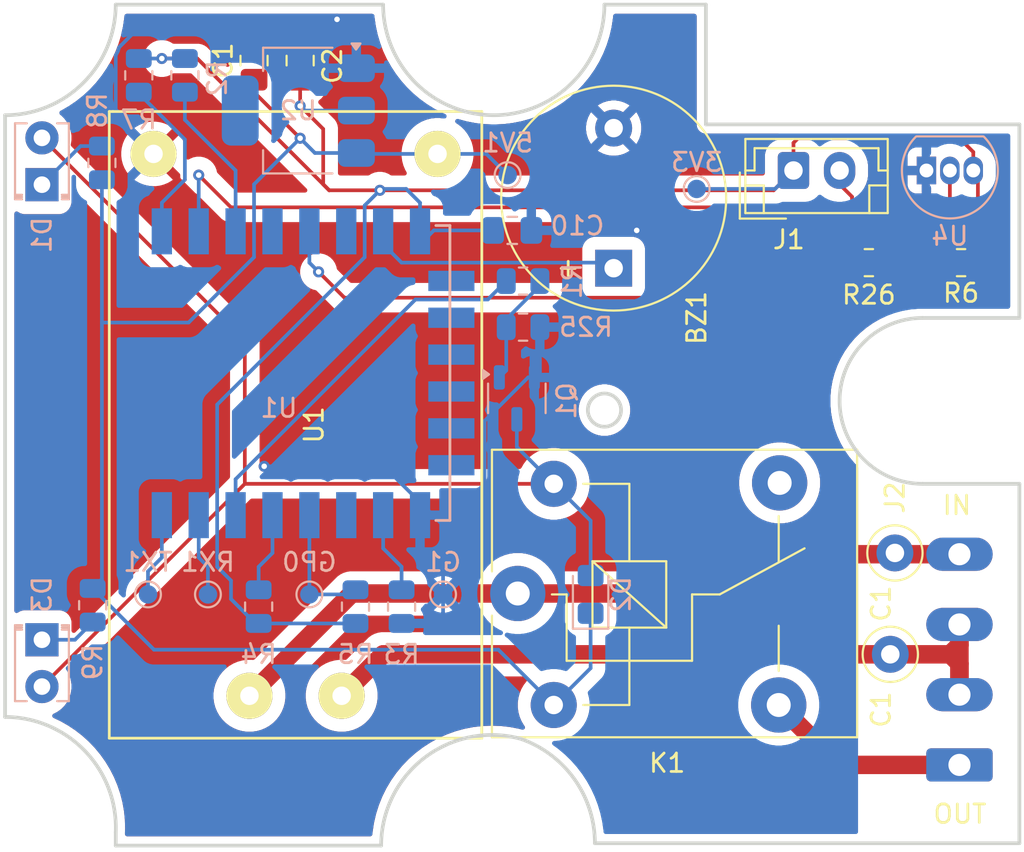
<source format=kicad_pcb>
(kicad_pcb (version 20241229) (generator "pcbnew") (generator_version "9.0")
  (layers (0 "F.Cu" signal) (2 "B.Cu" signal) (13 "F.Paste" user) (15 "B.Paste" user) (5 "F.SilkS" user "F.Silkscreen") (7 "B.SilkS" user "B.Silkscreen") (1 "F.Mask" user) (3 "B.Mask" user) (25 "Edge.Cuts" user))
  (net 0 "")
  (net 1 "GPIO13")
  (net 2 "GND")
  (net 3 "Net-(D1-K)")
  (net 4 "Net-(D3-K)")
  (net 5 "RXD")
  (net 6 "GPIO0")
  (net 7 "5V")
  (net 8 "TXD")
  (net 9 "LED")
  (net 11 "Net-(Q1-B)")
  (net 12 "GPIO5")
  (net 13 "3V3")
  (net 14 "Net-(U3-CH_PD)")
  (net 15 "Net-(U3-GPIO15)")
  (net 16 "Net-(U3-GPIO4)")
  (net 17 "GPIO14")
  (net 18 "Net-(U3-REST)")
  (net 19 "ADC")
  (net 29 "Net-(J2-Pin_1)")
  (net 30 "Net-(J2-Pin_4)")
  (net 31 "Net-(J2-Pin_2)")
  (footprint "Connector_Phoenix_MC:PhoenixContact_MCV_1,5_4-G-3.81_1x04_P3.81mm_Vertical_Custom" (layer "F.Cu") (at 153.75 146.25 90)
    (property "Reference" "J2" (at 14.5 -3.5 90) (layer "F.SilkS"))
    (property "Value" "MAINS" (hide yes))
    (pad "1" thru_hole roundrect (at 0 0 90) (size 1.8 3.6) (drill 1.2) (layers "*.Cu" "*.Mask") (roundrect_rratio 0.138889) (net 29 "Net-(J2-Pin_1)"))
    (pad "2" thru_hole oval (at 3.81 0 90) (size 1.8 3.6) (drill 1.2) (layers "*.Cu" "*.Mask") (net 31 "Net-(J2-Pin_2)"))
    (pad "3" thru_hole oval (at 7.62 0 90) (size 1.8 3.6) (drill 1.2) (layers "*.Cu" "*.Mask") (net 31 "Net-(J2-Pin_2)"))
    (pad "4" thru_hole oval (at 11.43 0 90) (size 1.8 3.6) (drill 1.2) (layers "*.Cu" "*.Mask") (net 30 "Net-(J2-Pin_4)"))
  )
  (footprint "Buzzer_Beeper:Buzzer_12x9.5RM7.6" (layer "F.Cu") (at 135 119.3 90)
    (property "Reference" "BZ1" (at -2.7 4.5 90) (layer "F.SilkS"))
    (property "Value" "Buzzer")
    (fp_circle (center 3.8 0) (end 9.9 0) (stroke (width 0.12)) (fill no) (layer "F.SilkS"))
    (fp_text user "+" (at -0.01 -2.54 90) (layer "F.SilkS"))
    (pad "1" thru_hole rect (at 0 0 90) (size 2 2) (drill 1) (layers "*.Cu" "*.Mask") (net 1 "GPIO13"))
    (pad "2" thru_hole circle (at 7.6 0 90) (size 2 2) (drill 1) (layers "*.Cu" "*.Mask") (net 2 "GND"))
  )
  (footprint "Connector_JST:JST_EH_B2B-EH-A_1x02_P2.50mm_Vertical" (layer "F.Cu") (at 144.75 114)
    (property "Reference" "J1" (at -0.25 3.75 0) (layer "F.SilkS"))
    (property "Value" "Thermistor")
    (fp_line (start -2.91 0.11) (end -2.91 2.61) (stroke (width 0.12)) (layer "F.SilkS"))
    (fp_line (start -2.91 2.61) (end -0.41 2.61) (stroke (width 0.12)) (layer "F.SilkS"))
    (fp_line (start -2.61 -1.71) (end -2.61 2.31) (stroke (width 0.12)) (layer "F.SilkS"))
    (fp_line (start -2.61 0) (end -2.11 0) (stroke (width 0.12)) (layer "F.SilkS"))
    (fp_line (start -2.61 0.81) (end -1.61 0.81) (stroke (width 0.12)) (layer "F.SilkS"))
    (fp_line (start -2.61 2.31) (end 5.11 2.31) (stroke (width 0.12)) (layer "F.SilkS"))
    (fp_line (start -2.11 -1.21) (end 4.61 -1.21) (stroke (width 0.12)) (layer "F.SilkS"))
    (fp_line (start -2.11 0) (end -2.11 -1.21) (stroke (width 0.12)) (layer "F.SilkS"))
    (fp_line (start -1.61 0.81) (end -1.61 2.31) (stroke (width 0.12)) (layer "F.SilkS"))
    (fp_line (start 4.11 0.81) (end 4.11 2.31) (stroke (width 0.12)) (layer "F.SilkS"))
    (fp_line (start 4.61 -1.21) (end 4.61 0) (stroke (width 0.12)) (layer "F.SilkS"))
    (fp_line (start 4.61 0) (end 5.11 0) (stroke (width 0.12)) (layer "F.SilkS"))
    (fp_line (start 5.11 -1.71) (end -2.61 -1.71) (stroke (width 0.12)) (layer "F.SilkS"))
    (fp_line (start 5.11 0.81) (end 4.11 0.81) (stroke (width 0.12)) (layer "F.SilkS"))
    (fp_line (start 5.11 2.31) (end 5.11 -1.71) (stroke (width 0.12)) (layer "F.SilkS"))
    (pad "1" thru_hole roundrect (at 0 0) (size 1.7 2) (drill 1) (layers "*.Cu" "*.Mask") (roundrect_rratio 0.147059) (net 13 "3V3"))
    (pad "2" thru_hole oval (at 2.5 0) (size 1.7 2) (drill 1) (layers "*.Cu" "*.Mask") (net 19 "ADC"))
  )
  (footprint "TestPoint:TestPoint_Loop_D1.80mm_Drill1.0mm_Beaded" (layer "F.Cu") (at 150 140.25)
    (property "Reference" "C1" (at -0.5 3 90) (layer "F.SilkS"))
    (property "Value" "C0")
    (fp_circle (center 0 0) (end 1.5 0) (stroke (width 0.12)) (fill no) (layer "F.SilkS"))
    (pad "1" thru_hole circle (at 0 0) (size 2 2) (drill 1) (layers "*.Cu" "*.Mask"))
  )
  (footprint "Resistor_SMD:R_0805_2012Metric" (layer "F.Cu") (at 148.8375 119)
    (property "Reference" "R26" (at 0 1.75 0) (layer "F.SilkS"))
    (property "Value" "10K")
    (fp_line (start -0.227064 -0.735) (end 0.227064 -0.735) (stroke (width 0.12)) (layer "F.SilkS"))
    (fp_line (start -0.227064 0.735) (end 0.227064 0.735) (stroke (width 0.12)) (layer "F.SilkS"))
    (pad "1" smd roundrect (at -0.9125 0) (size 1.025 1.4) (layers "F.Cu" "F.Mask" "F.Paste") (roundrect_rratio 0.243902) (net 19 "ADC"))
    (pad "2" smd roundrect (at 0.9125 0) (size 1.025 1.4) (layers "F.Cu" "F.Mask" "F.Paste") (roundrect_rratio 0.243902) (net 2 "GND"))
  )
  (footprint "Converter_ACDC:HLK-PM01" (layer "F.Cu") (at 117.75 127.8 90)
    (property "Reference" "U1" (at 0 1 90) (layer "F.SilkS"))
    (property "Value" "HLK-PM03")
    (fp_line (start 17 -10.1) (end -17 -10.1) (stroke (width 0.15)) (layer "F.SilkS"))
    (fp_line (start -17 -10.1) (end -17 10.1) (stroke (width 0.15)) (layer "F.SilkS"))
    (fp_line (start 17 -9.9) (end 17 -10.1) (stroke (width 0.15)) (layer "F.SilkS"))
    (fp_line (start 17 10.1) (end 17 -9.9) (stroke (width 0.15)) (layer "F.SilkS"))
    (fp_line (start -17 10.1) (end 17 10.1) (stroke (width 0.15)) (layer "F.SilkS"))
    (pad "1" thru_hole circle (at -14.7 -2.5 90) (size 2.5 2.5) (drill 1) (layers "*.Cu" "*.Mask" "F.SilkS") (net 30 "Net-(J2-Pin_4)"))
    (pad "2" thru_hole circle (at -14.7 2.5 90) (size 2.5 2.5) (drill 1) (layers "*.Cu" "*.Mask" "F.SilkS") (net 31 "Net-(J2-Pin_2)"))
    (pad "3" thru_hole circle (at 14.7 -7.7 90) (size 2.5 2.5) (drill 1) (layers "*.Cu" "*.Mask" "F.SilkS") (net 2 "GND"))
    (pad "4" thru_hole circle (at 14.7 7.7 90) (size 2.5 2.5) (drill 1) (layers "*.Cu" "*.Mask" "F.SilkS") (net 7 "5V"))
  )
  (footprint "Relay_THT:Relay_SPDT_SANYOU_SRD_Series_Form_C" (layer "F.Cu") (at 129.8 136.95)
    (property "Reference" "K1" (at 8.1 9.2 0) (layer "F.SilkS"))
    (property "Value" "Relay")
    (fp_line (start -1.4 -7.8) (end -1.4 -1.2) (stroke (width 0.12)) (layer "F.SilkS"))
    (fp_line (start -1.4 -7.8) (end 18.4 -7.8) (stroke (width 0.12)) (layer "F.SilkS"))
    (fp_line (start -1.4 1.2) (end -1.4 7.8) (stroke (width 0.12)) (layer "F.SilkS"))
    (fp_line (start 2.65 0.05) (end 1.85 0.05) (stroke (width 0.12)) (layer "F.SilkS"))
    (fp_line (start 2.65 0.05) (end 2.65 3.65) (stroke (width 0.12)) (layer "F.SilkS"))
    (fp_line (start 3.55 6.05) (end 6.05 6.05) (stroke (width 0.12)) (layer "F.SilkS"))
    (fp_line (start 4.05 -1.75) (end 8.05 -1.75) (stroke (width 0.12)) (layer "F.SilkS"))
    (fp_line (start 4.05 1.85) (end 4.05 -1.75) (stroke (width 0.12)) (layer "F.SilkS"))
    (fp_line (start 6.05 -5.95) (end 3.55 -5.95) (stroke (width 0.12)) (layer "F.SilkS"))
    (fp_line (start 6.05 -5.95) (end 6.05 -1.75) (stroke (width 0.12)) (layer "F.SilkS"))
    (fp_line (start 6.05 1.85) (end 6.05 6.05) (stroke (width 0.12)) (layer "F.SilkS"))
    (fp_line (start 8.05 -1.75) (end 8.05 1.85) (stroke (width 0.12)) (layer "F.SilkS"))
    (fp_line (start 8.05 1.85) (end 4.05 -1.75) (stroke (width 0.12)) (layer "F.SilkS"))
    (fp_line (start 8.05 1.85) (end 4.05 1.85) (stroke (width 0.12)) (layer "F.SilkS"))
    (fp_line (start 9.45 0.05) (end 9.45 3.65) (stroke (width 0.12)) (layer "F.SilkS"))
    (fp_line (start 9.45 0.05) (end 10.95 0.05) (stroke (width 0.12)) (layer "F.SilkS"))
    (fp_line (start 9.45 3.65) (end 2.65 3.65) (stroke (width 0.12)) (layer "F.SilkS"))
    (fp_line (start 10.95 0.05) (end 15.55 -2.45) (stroke (width 0.12)) (layer "F.SilkS"))
    (fp_line (start 14.15 -4.2) (end 14.15 -1.7) (stroke (width 0.12)) (layer "F.SilkS"))
    (fp_line (start 14.15 4.2) (end 14.15 1.75) (stroke (width 0.12)) (layer "F.SilkS"))
    (fp_line (start 18.4 -7.8) (end 18.4 7.8) (stroke (width 0.12)) (layer "F.SilkS"))
    (fp_line (start 18.4 7.8) (end -1.4 7.8) (stroke (width 0.12)) (layer "F.SilkS"))
    (pad "1" thru_hole circle (at 0 0 90) (size 3 3) (drill 1.3) (layers "*.Cu" "*.Mask") (net 30 "Net-(J2-Pin_4)"))
    (pad "2" thru_hole circle (at 1.95 6.05 90) (size 2.5 2.5) (drill 1) (layers "*.Cu" "*.Mask") (net 7 "5V"))
    (pad "3" thru_hole circle (at 14.15 6.05 90) (size 3 3) (drill 1.3) (layers "*.Cu" "*.Mask") (net 29 "Net-(J2-Pin_1)"))
    (pad "4" thru_hole circle (at 14.2 -6 90) (size 3 3) (drill 1.3) (layers "*.Cu" "*.Mask"))
    (pad "5" thru_hole circle (at 1.95 -5.95 90) (size 2.5 2.5) (drill 1) (layers "*.Cu" "*.Mask") (net 9 "LED"))
  )
  (footprint "TestPoint:TestPoint_Loop_D1.80mm_Drill1.0mm_Beaded" (layer "F.Cu") (at 150.25 134.75)
    (property "Reference" "C1" (at -0.75 2.75 90) (layer "F.SilkS"))
    (property "Value" "C0")
    (fp_circle (center 0 0) (end 1.5 0) (stroke (width 0.12)) (fill no) (layer "F.SilkS"))
    (pad "1" thru_hole circle (at 0 0) (size 2 2) (drill 1) (layers "*.Cu" "*.Mask"))
  )
  (footprint "Capacitor_SMD:C_0805_2012Metric_Pad1.18x1.45mm_HandSolder" (layer "F.Cu") (at 115.5 108.0375 90)
    (property "Reference" "C1" (at 0 -1.68 90) (layer "F.SilkS"))
    (property "Value" "100nf")
    (fp_line (start -0.261252 -0.735) (end 0.261252 -0.735) (stroke (width 0.12)) (layer "F.SilkS"))
    (fp_line (start -0.261252 0.735) (end 0.261252 0.735) (stroke (width 0.12)) (layer "F.SilkS"))
    (pad "1" smd roundrect (at -1.0375 0 90) (size 1.175 1.45) (layers "F.Cu" "F.Mask" "F.Paste") (roundrect_rratio 0.212766) (net 7 "5V"))
    (pad "2" smd roundrect (at 1.0375 0 90) (size 1.175 1.45) (layers "F.Cu" "F.Mask" "F.Paste") (roundrect_rratio 0.212766) (net 2 "GND"))
  )
  (footprint "Capacitor_SMD:C_0805_2012Metric_Pad1.18x1.45mm_HandSolder" (layer "F.Cu") (at 118 108.0375 90)
    (property "Reference" "C2" (at -0.2875 1.75 90) (layer "F.SilkS"))
    (property "Value" "100nf")
    (fp_line (start -0.261252 -0.735) (end 0.261252 -0.735) (stroke (width 0.12)) (layer "F.SilkS"))
    (fp_line (start -0.261252 0.735) (end 0.261252 0.735) (stroke (width 0.12)) (layer "F.SilkS"))
    (pad "1" smd roundrect (at -1.0375 0 90) (size 1.175 1.45) (layers "F.Cu" "F.Mask" "F.Paste") (roundrect_rratio 0.212766) (net 13 "3V3"))
    (pad "2" smd roundrect (at 1.0375 0 90) (size 1.175 1.45) (layers "F.Cu" "F.Mask" "F.Paste") (roundrect_rratio 0.212766) (net 2 "GND"))
  )
  (footprint "Resistor_SMD:R_0805_2012Metric" (layer "F.Cu") (at 153.8375 119 180)
    (property "Reference" "R6" (at 0 -1.65 0) (layer "F.SilkS"))
    (property "Value" "4.7K")
    (fp_line (start -0.227064 0.735) (end 0.227064 0.735) (stroke (width 0.12)) (layer "F.SilkS"))
    (fp_line (start -0.227064 -0.735) (end 0.227064 -0.735) (stroke (width 0.12)) (layer "F.SilkS"))
    (pad "1" smd roundrect (at -0.9125 0 180) (size 1.025 1.4) (layers "F.Cu" "F.Mask" "F.Paste") (roundrect_rratio 0.243902) (net 13 "3V3"))
    (pad "2" smd roundrect (at 0.9125 0 180) (size 1.025 1.4) (layers "F.Cu" "F.Mask" "F.Paste") (roundrect_rratio 0.243902) (net 17 "GPIO14"))
  )
  (footprint "LED_THT:LED_D2.0mm_W4.0mm_H2.8mm_FlatTop" (layer "B.Cu") (at 104 114.77 90)
    (property "Reference" "D1" (at -2.73 0 90) (layer "B.SilkS") (effects (justify mirror)))
    (property "Value" "LED")
    (fp_line (start -0.79 -1.46) (end 3.33 -1.46) (stroke (width 0.12)) (layer "B.SilkS"))
    (fp_line (start -0.55 -1.08) (end -0.55 -1.46) (stroke (width 0.12)) (layer "B.SilkS"))
    (fp_line (start -0.67 -1.08) (end -0.67 -1.46) (stroke (width 0.12)) (layer "B.SilkS"))
    (fp_line (start -0.79 -1.08) (end -0.79 -1.46) (stroke (width 0.12)) (layer "B.SilkS"))
    (fp_line (start 3.33 -0.825) (end 3.33 -1.46) (stroke (width 0.12)) (layer "B.SilkS"))
    (fp_line (start 3.33 1.46) (end 3.33 0.825) (stroke (width 0.12)) (layer "B.SilkS"))
    (fp_line (start -0.55 1.46) (end -0.55 1.08) (stroke (width 0.12)) (layer "B.SilkS"))
    (fp_line (start -0.67 1.46) (end -0.67 1.08) (stroke (width 0.12)) (layer "B.SilkS"))
    (fp_line (start -0.79 1.46) (end -0.79 1.08) (stroke (width 0.12)) (layer "B.SilkS"))
    (fp_line (start -0.79 1.46) (end 3.33 1.46) (stroke (width 0.12)) (layer "B.SilkS"))
    (pad "1" thru_hole rect (at 0 0 90) (size 1.8 1.8) (drill 0.9) (layers "*.Cu" "*.Mask") (net 3 "Net-(D1-K)"))
    (pad "2" thru_hole circle (at 2.54 0 90) (size 1.8 1.8) (drill 0.9) (layers "*.Cu" "*.Mask") (net 9 "LED"))
  )
  (footprint "LED_THT:LED_D2.0mm_W4.0mm_H2.8mm_FlatTop" (layer "B.Cu") (at 104 139.46 -90)
    (property "Reference" "D3" (at -2.46 0 90) (layer "B.SilkS") (effects (justify mirror)))
    (property "Value" "LED")
    (fp_line (start -0.79 1.46) (end 3.33 1.46) (stroke (width 0.12)) (layer "B.SilkS"))
    (fp_line (start -0.79 1.46) (end -0.79 1.08) (stroke (width 0.12)) (layer "B.SilkS"))
    (fp_line (start -0.67 1.46) (end -0.67 1.08) (stroke (width 0.12)) (layer "B.SilkS"))
    (fp_line (start -0.55 1.46) (end -0.55 1.08) (stroke (width 0.12)) (layer "B.SilkS"))
    (fp_line (start 3.33 1.46) (end 3.33 0.825) (stroke (width 0.12)) (layer "B.SilkS"))
    (fp_line (start 3.33 -0.825) (end 3.33 -1.46) (stroke (width 0.12)) (layer "B.SilkS"))
    (fp_line (start -0.79 -1.08) (end -0.79 -1.46) (stroke (width 0.12)) (layer "B.SilkS"))
    (fp_line (start -0.67 -1.08) (end -0.67 -1.46) (stroke (width 0.12)) (layer "B.SilkS"))
    (fp_line (start -0.55 -1.08) (end -0.55 -1.46) (stroke (width 0.12)) (layer "B.SilkS"))
    (fp_line (start -0.79 -1.46) (end 3.33 -1.46) (stroke (width 0.12)) (layer "B.SilkS"))
    (pad "1" thru_hole rect (at 0 0 270) (size 1.8 1.8) (drill 0.9) (layers "*.Cu" "*.Mask") (net 4 "Net-(D3-K)"))
    (pad "2" thru_hole circle (at 2.54 0 270) (size 1.8 1.8) (drill 0.9) (layers "*.Cu" "*.Mask") (net 9 "LED"))
  )
  (footprint "Package_TO_SOT_SMD:SOT-223" (layer "B.Cu") (at 117.9 110.75 180)
    (property "Reference" "U2" (at 0 0 0) (layer "B.SilkS") (effects (justify mirror)))
    (property "Value" "AP1117")
    (fp_line (start 1.91 3.41) (end 1.91 2.15) (stroke (width 0.12)) (layer "B.SilkS"))
    (fp_line (start 1.91 -3.41) (end 1.91 -2.15) (stroke (width 0.12)) (layer "B.SilkS"))
    (fp_line (start -1.85 3.41) (end 1.91 3.41) (stroke (width 0.12)) (layer "B.SilkS"))
    (fp_line (start -1.85 -3.41) (end 1.91 -3.41) (stroke (width 0.12)) (layer "B.SilkS"))
    (fp_poly (pts (xy -3.13 3.31) (xy -3.37 3.64) (xy -2.89 3.64) (xy -3.13 3.31)) (stroke (width 0.12)) (fill yes) (layer "B.SilkS"))
    (pad "1" smd roundrect (at -3.15 2.3 180) (size 2 1.5) (layers "B.Cu" "B.Mask" "B.Paste") (net 2 "GND"))
    (pad "2" smd roundrect (at -3.15 0 180) (size 2 1.5) (layers "B.Cu" "B.Mask" "B.Paste") (net 13 "3V3"))
    (pad "3" smd roundrect (at -3.15 -2.3 180) (size 2 1.5) (layers "B.Cu" "B.Mask" "B.Paste") (net 7 "5V"))
    (pad "4" smd roundrect (at 3.15 0 180) (size 2 3.8) (layers "B.Cu" "B.Mask" "B.Paste"))
  )
  (footprint "Resistor_SMD:R_0805_2012Metric" (layer "B.Cu") (at 121 137.6625 90)
    (property "Reference" "R5" (at -2.5875 0 180) (layer "B.SilkS") (effects (justify mirror)))
    (property "Value" "10K")
    (fp_line (start -0.227064 -0.735) (end 0.227064 -0.735) (stroke (width 0.12)) (layer "B.SilkS"))
    (fp_line (start -0.227064 0.735) (end 0.227064 0.735) (stroke (width 0.12)) (layer "B.SilkS"))
    (pad "1" smd roundrect (at -0.9125 0 90) (size 1.025 1.4) (layers "B.Cu" "B.Mask" "B.Paste") (roundrect_rratio 0.243902) (net 13 "3V3"))
    (pad "2" smd roundrect (at 0.9125 0 90) (size 1.025 1.4) (layers "B.Cu" "B.Mask" "B.Paste") (roundrect_rratio 0.243902) (net 6 "GPIO0"))
  )
  (footprint "Package_TO_SOT_SMD:SOT-23-3" (layer "B.Cu") (at 129.75 126.3625 -90)
    (property "Reference" "Q1" (at 0.1375 -2.7 90) (layer "B.SilkS") (effects (justify mirror)))
    (property "Value" "2N7002")
    (fp_line (start 0 1.56) (end -0.8 1.56) (stroke (width 0.12)) (layer "B.SilkS"))
    (fp_line (start 0 1.56) (end 0.8 1.56) (stroke (width 0.12)) (layer "B.SilkS"))
    (fp_line (start 0 -1.56) (end -0.8 -1.56) (stroke (width 0.12)) (layer "B.SilkS"))
    (fp_line (start 0 -1.56) (end 0.8 -1.56) (stroke (width 0.12)) (layer "B.SilkS"))
    (fp_poly (pts (xy -1.3 1.51) (xy -1.54 1.84) (xy -1.06 1.84) (xy -1.3 1.51)) (stroke (width 0.12)) (fill yes) (layer "B.SilkS"))
    (pad "1" smd roundrect (at -1.1375 0.95 270) (size 1.325 0.6) (layers "B.Cu" "B.Mask" "B.Paste") (net 11 "Net-(Q1-B)"))
    (pad "2" smd roundrect (at -1.1375 -0.95 270) (size 1.325 0.6) (layers "B.Cu" "B.Mask" "B.Paste") (net 2 "GND"))
    (pad "3" smd roundrect (at 1.1375 0 270) (size 1.325 0.6) (layers "B.Cu" "B.Mask" "B.Paste") (net 9 "LED"))
  )
  (footprint "Resistor_SMD:R_0805_2012Metric" (layer "B.Cu") (at 115.75 137.6625 90)
    (property "Reference" "R4" (at -2.5875 0 0) (layer "B.SilkS") (effects (justify mirror)))
    (property "Value" "10K")
    (fp_line (start -0.227064 -0.735) (end 0.227064 -0.735) (stroke (width 0.12)) (layer "B.SilkS"))
    (fp_line (start -0.227064 0.735) (end 0.227064 0.735) (stroke (width 0.12)) (layer "B.SilkS"))
    (pad "1" smd roundrect (at -0.9125 0 90) (size 1.025 1.4) (layers "B.Cu" "B.Mask" "B.Paste") (roundrect_rratio 0.243902) (net 13 "3V3"))
    (pad "2" smd roundrect (at 0.9125 0 90) (size 1.025 1.4) (layers "B.Cu" "B.Mask" "B.Paste") (roundrect_rratio 0.243902) (net 16 "Net-(U3-GPIO4)"))
  )
  (footprint "Resistor_SMD:R_0805_2012Metric" (layer "B.Cu") (at 130.0875 120 180)
    (property "Reference" "R1" (at -2.6625 0 90) (layer "B.SilkS") (effects (justify mirror)))
    (property "Value" "1K")
    (fp_line (start -0.227064 0.735) (end 0.227064 0.735) (stroke (width 0.12)) (layer "B.SilkS"))
    (fp_line (start -0.227064 -0.735) (end 0.227064 -0.735) (stroke (width 0.12)) (layer "B.SilkS"))
    (pad "1" smd roundrect (at -0.9125 0 180) (size 1.025 1.4) (layers "B.Cu" "B.Mask" "B.Paste") (roundrect_rratio 0.243902) (net 11 "Net-(Q1-B)"))
    (pad "2" smd roundrect (at 0.9125 0 180) (size 1.025 1.4) (layers "B.Cu" "B.Mask" "B.Paste") (roundrect_rratio 0.243902) (net 12 "GPIO5"))
  )
  (footprint "TestPoint:TestPoint_Pad_D1.0mm" (layer "B.Cu") (at 113 137 180)
    (property "Reference" "RX1" (at 0 1.75 0) (layer "B.SilkS") (effects (justify mirror)))
    (property "Value" "Conn_01x01")
    (fp_circle (center 0 0) (end 0 -0.7) (stroke (width 0.12)) (fill no) (layer "B.SilkS"))
    (pad "1" smd circle (at 0 0 180) (size 1 1) (layers "B.Cu" "B.Mask") (net 5 "RXD"))
  )
  (footprint "TestPoint:TestPoint_Pad_D1.0mm" (layer "B.Cu") (at 118.5 137 180)
    (property "Reference" "GP0" (at 0 1.75 0) (layer "B.SilkS") (effects (justify mirror)))
    (property "Value" "Conn_01x01")
    (fp_circle (center 0 0) (end 0 -0.7) (stroke (width 0.12)) (fill no) (layer "B.SilkS"))
    (pad "1" smd circle (at 0 0 180) (size 1 1) (layers "B.Cu" "B.Mask") (net 6 "GPIO0"))
  )
  (footprint "Package_TO_SOT_THT:TO-92_Inline" (layer "B.Cu") (at 151.96 114)
    (property "Reference" "U4" (at 1.27 3.56 0) (layer "B.SilkS") (effects (justify mirror)))
    (property "Value" "DS18B20")
    (fp_line (start -0.53 -1.85) (end 3.07 -1.85) (stroke (width 0.12)) (layer "B.SilkS"))
    (fp_arc (start 1.27 2.6) (mid -1.132087 0.994977) (end -0.568478 -1.838478) (stroke (width 0.12)) (layer "B.SilkS"))
    (fp_arc (start 3.108478 -1.838478) (mid 3.672087 0.994977) (end 1.27 2.6) (stroke (width 0.12)) (layer "B.SilkS"))
    (pad "1" thru_hole rect (at 0 0) (size 1.05 1.5) (drill 0.75) (layers "*.Cu" "*.Mask") (net 2 "GND"))
    (pad "2" thru_hole oval (at 1.27 0) (size 1.05 1.5) (drill 0.75) (layers "*.Cu" "*.Mask") (net 17 "GPIO14"))
    (pad "3" thru_hole oval (at 2.54 0) (size 1.05 1.5) (drill 0.75) (layers "*.Cu" "*.Mask") (net 13 "3V3"))
  )
  (footprint "TestPoint:TestPoint_Pad_D1.0mm" (layer "B.Cu") (at 109.75 137 180)
    (property "Reference" "TX1" (at 0 1.75 0) (layer "B.SilkS") (effects (justify mirror)))
    (property "Value" "Conn_01x01")
    (fp_circle (center 0 0) (end 0 -0.7) (stroke (width 0.12)) (fill no) (layer "B.SilkS"))
    (pad "1" smd circle (at 0 0 180) (size 1 1) (layers "B.Cu" "B.Mask") (net 8 "TXD"))
  )
  (footprint "Resistor_SMD:R_0805_2012Metric" (layer "B.Cu") (at 123.5 137.6625 -90)
    (property "Reference" "R3" (at 2.5875 0 180) (layer "B.SilkS") (effects (justify mirror)))
    (property "Value" "10K")
    (fp_line (start -0.227064 0.735) (end 0.227064 0.735) (stroke (width 0.12)) (layer "B.SilkS"))
    (fp_line (start -0.227064 -0.735) (end 0.227064 -0.735) (stroke (width 0.12)) (layer "B.SilkS"))
    (pad "1" smd roundrect (at -0.9125 0 270) (size 1.025 1.4) (layers "B.Cu" "B.Mask" "B.Paste") (roundrect_rratio 0.243902) (net 15 "Net-(U3-GPIO15)"))
    (pad "2" smd roundrect (at 0.9125 0 270) (size 1.025 1.4) (layers "B.Cu" "B.Mask" "B.Paste") (roundrect_rratio 0.243902) (net 2 "GND"))
  )
  (footprint "Resistor_SMD:R_0805_2012Metric" (layer "B.Cu") (at 106.75 137.5875 -90)
    (property "Reference" "R9" (at 3.0875 0 90) (layer "B.SilkS") (effects (justify mirror)))
    (property "Value" "300")
    (fp_line (start -0.227064 0.735) (end 0.227064 0.735) (stroke (width 0.12)) (layer "B.SilkS"))
    (fp_line (start -0.227064 -0.735) (end 0.227064 -0.735) (stroke (width 0.12)) (layer "B.SilkS"))
    (pad "1" smd roundrect (at -0.9125 0 270) (size 1.025 1.4) (layers "B.Cu" "B.Mask" "B.Paste") (roundrect_rratio 0.243902) (net 7 "5V"))
    (pad "2" smd roundrect (at 0.9125 0 270) (size 1.025 1.4) (layers "B.Cu" "B.Mask" "B.Paste") (roundrect_rratio 0.243902) (net 4 "Net-(D3-K)"))
  )
  (footprint "TestPoint:TestPoint_Pad_D1.0mm" (layer "B.Cu") (at 125.75 137 180)
    (property "Reference" "G1" (at 0 1.75 0) (layer "B.SilkS") (effects (justify mirror)))
    (property "Value" "Conn_01x01")
    (fp_circle (center 0 0) (end 0 -0.7) (stroke (width 0.12)) (fill no) (layer "B.SilkS"))
    (pad "1" smd circle (at 0 0 180) (size 1 1) (layers "B.Cu" "B.Mask") (net 2 "GND"))
  )
  (footprint "Diode_SMD:D_0805_2012Metric_Pad1.15x1.40mm_HandSolder" (layer "B.Cu") (at 133.75 137 90)
    (property "Reference" "D2" (at 0 1.65 90) (layer "B.SilkS") (effects (justify mirror)))
    (property "Value" "IN4148")
    (fp_line (start -1.86 -0.96) (end 1 -0.96) (stroke (width 0.12)) (layer "B.SilkS"))
    (fp_line (start 1 0.96) (end -1.86 0.96) (stroke (width 0.12)) (layer "B.SilkS"))
    (fp_line (start -1.86 0.96) (end -1.86 -0.96) (stroke (width 0.12)) (layer "B.SilkS"))
    (pad "1" smd roundrect (at -1.025 0 90) (size 1.15 1.4) (layers "B.Cu" "B.Mask" "B.Paste") (roundrect_rratio 0.217391) (net 7 "5V"))
    (pad "2" smd roundrect (at 1.025 0 90) (size 1.15 1.4) (layers "B.Cu" "B.Mask" "B.Paste") (roundrect_rratio 0.217391) (net 9 "LED"))
  )
  (footprint "RF_Module:ESP-12E_SMD" (layer "B.Cu") (at 110.5 118 -90)
    (property "Reference" "U1" (at 8.89 -6.35 0) (layer "B.SilkS") (effects (justify mirror)))
    (property "Value" "ESP-12E" (hide yes))
    (fp_line (start -1.016 -14.859) (end -1.016 -15.621) (stroke (width 0.1524)) (layer "B.SilkS"))
    (fp_line (start -1.016 -15.621) (end 14.986 -15.621) (stroke (width 0.1524)) (layer "B.SilkS"))
    (fp_line (start 14.986 -15.621) (end 14.986 -14.859) (stroke (width 0.1524)) (layer "B.SilkS"))
    (pad "1" smd rect (at 0 0 270) (size 2.5 1.1) (drill (offset -0.7 0)) (layers "B.Cu" "B.Mask" "B.Paste") (net 18 "Net-(U3-REST)"))
    (pad "2" smd rect (at 0 -2 270) (size 2.5 1.1) (drill (offset -0.7 0)) (layers "B.Cu" "B.Mask" "B.Paste") (net 19 "ADC"))
    (pad "3" smd rect (at 0 -4 270) (size 2.5 1.1) (drill (offset -0.7 0)) (layers "B.Cu" "B.Mask" "B.Paste") (net 14 "Net-(U3-CH_PD)"))
    (pad "4" smd rect (at 0 -6 270) (size 2.5 1.1) (drill (offset -0.7 0)) (layers "B.Cu" "B.Mask" "B.Paste"))
    (pad "5" smd rect (at 0 -8 270) (size 2.5 1.1) (drill (offset -0.7 0)) (layers "B.Cu" "B.Mask" "B.Paste") (net 17 "GPIO14"))
    (pad "6" smd rect (at 0 -10 270) (size 2.5 1.1) (drill (offset -0.7 0)) (layers "B.Cu" "B.Mask" "B.Paste"))
    (pad "7" smd rect (at 0 -12 270) (size 2.5 1.1) (drill (offset -0.7 0)) (layers "B.Cu" "B.Mask" "B.Paste") (net 1 "GPIO13"))
    (pad "8" smd rect (at 0 -14 270) (size 2.5 1.1) (drill (offset -0.7 0)) (layers "B.Cu" "B.Mask" "B.Paste") (net 13 "3V3"))
    (pad "9" smd rect (at 14 -14 270) (size 2.5 1.1) (drill (offset 0.7 0)) (layers "B.Cu" "B.Mask" "B.Paste") (net 2 "GND"))
    (pad "10" smd rect (at 14 -12 270) (size 2.5 1.1) (drill (offset 0.7 0)) (layers "B.Cu" "B.Mask" "B.Paste") (net 15 "Net-(U3-GPIO15)"))
    (pad "11" smd rect (at 14 -10 270) (size 2.5 1.1) (drill (offset 0.7 0)) (layers "B.Cu" "B.Mask" "B.Paste"))
    (pad "12" smd rect (at 14 -8 270) (size 2.5 1.1) (drill (offset 0.7 0)) (layers "B.Cu" "B.Mask" "B.Paste") (net 6 "GPIO0"))
    (pad "13" smd rect (at 14 -6 270) (size 2.5 1.1) (drill (offset 0.7 0)) (layers "B.Cu" "B.Mask" "B.Paste") (net 16 "Net-(U3-GPIO4)"))
    (pad "14" smd rect (at 14 -4 270) (size 2.5 1.1) (drill (offset 0.7 0)) (layers "B.Cu" "B.Mask" "B.Paste") (net 12 "GPIO5"))
    (pad "15" smd rect (at 14 -2 270) (size 2.5 1.1) (drill (offset 0.7 0)) (layers "B.Cu" "B.Mask" "B.Paste") (net 5 "RXD"))
    (pad "16" smd rect (at 14 0 270) (size 2.5 1.1) (drill (offset 0.7 0)) (layers "B.Cu" "B.Mask" "B.Paste") (net 8 "TXD"))
    (pad "17" smd rect (at 1.99 -15 180) (size 2.5 1.1) (drill (offset -0.7 0)) (layers "B.Cu" "B.Mask" "B.Paste"))
    (pad "18" smd rect (at 3.99 -15 180) (size 2.5 1.1) (drill (offset -0.7 0)) (layers "B.Cu" "B.Mask" "B.Paste"))
    (pad "19" smd rect (at 5.99 -15 180) (size 2.5 1.1) (drill (offset -0.7 0)) (layers "B.Cu" "B.Mask" "B.Paste"))
    (pad "20" smd rect (at 7.99 -15 180) (size 2.5 1.1) (drill (offset -0.7 0)) (layers "B.Cu" "B.Mask" "B.Paste"))
    (pad "21" smd rect (at 9.99 -15 180) (size 2.5 1.1) (drill (offset -0.7 0)) (layers "B.Cu" "B.Mask" "B.Paste"))
    (pad "22" smd rect (at 11.99 -15 180) (size 2.5 1.1) (drill (offset -0.7 0)) (layers "B.Cu" "B.Mask" "B.Paste"))
  )
  (footprint "Resistor_SMD:R_0805_2012Metric" (layer "B.Cu") (at 107.25 113.5875 90)
    (property "Reference" "R8" (at 2.8375 -0.25 90) (layer "B.SilkS") (effects (justify mirror)))
    (property "Value" "300")
    (fp_line (start -0.227064 -0.735) (end 0.227064 -0.735) (stroke (width 0.12)) (layer "B.SilkS"))
    (fp_line (start -0.227064 0.735) (end 0.227064 0.735) (stroke (width 0.12)) (layer "B.SilkS"))
    (pad "1" smd roundrect (at -0.9125 0 90) (size 1.025 1.4) (layers "B.Cu" "B.Mask" "B.Paste") (roundrect_rratio 0.243902) (net 7 "5V"))
    (pad "2" smd roundrect (at 0.9125 0 90) (size 1.025 1.4) (layers "B.Cu" "B.Mask" "B.Paste") (roundrect_rratio 0.243902) (net 3 "Net-(D1-K)"))
  )
  (footprint "Capacitor_SMD:C_0805_2012Metric_Pad1.18x1.45mm_HandSolder" (layer "B.Cu") (at 129.5 117.25)
    (property "Reference" "C10" (at 3.5375 -0.25 0) (layer "B.SilkS") (effects (justify mirror)))
    (property "Value" "100nf")
    (fp_line (start -0.261252 -0.735) (end 0.261252 -0.735) (stroke (width 0.12)) (layer "B.SilkS"))
    (fp_line (start -0.261252 0.735) (end 0.261252 0.735) (stroke (width 0.12)) (layer "B.SilkS"))
    (pad "1" smd roundrect (at -1.0375 0) (size 1.175 1.45) (layers "B.Cu" "B.Mask" "B.Paste") (roundrect_rratio 0.212766) (net 13 "3V3"))
    (pad "2" smd roundrect (at 1.0375 0) (size 1.175 1.45) (layers "B.Cu" "B.Mask" "B.Paste") (roundrect_rratio 0.212766) (net 2 "GND"))
  )
  (footprint "Resistor_SMD:R_0805_2012Metric" (layer "B.Cu") (at 109.25 108.8375 -90)
    (property "Reference" "R7" (at 2.4125 0 180) (layer "B.SilkS") (effects (justify mirror)))
    (property "Value" "10K")
    (fp_line (start -0.227064 0.735) (end 0.227064 0.735) (stroke (width 0.12)) (layer "B.SilkS"))
    (fp_line (start -0.227064 -0.735) (end 0.227064 -0.735) (stroke (width 0.12)) (layer "B.SilkS"))
    (pad "1" smd roundrect (at -0.9125 0 270) (size 1.025 1.4) (layers "B.Cu" "B.Mask" "B.Paste") (roundrect_rratio 0.243902) (net 13 "3V3"))
    (pad "2" smd roundrect (at 0.9125 0 270) (size 1.025 1.4) (layers "B.Cu" "B.Mask" "B.Paste") (roundrect_rratio 0.243902) (net 18 "Net-(U3-REST)"))
  )
  (footprint "TestPoint:TestPoint_Pad_D1.0mm" (layer "B.Cu") (at 139.5 115 180)
    (property "Reference" "3V3" (at 0 1.448 0) (layer "B.SilkS") (effects (justify mirror)))
    (property "Value" "Conn_01x01")
    (fp_circle (center 0 0) (end 0 -0.7) (stroke (width 0.12)) (fill no) (layer "B.SilkS"))
    (pad "1" smd circle (at 0 0 180) (size 1 1) (layers "B.Cu" "B.Mask") (net 13 "3V3"))
  )
  (footprint "Resistor_SMD:R_0805_2012Metric" (layer "B.Cu") (at 130.0875 122.5 180)
    (property "Reference" "R25" (at -3.4125 0 0) (layer "B.SilkS") (effects (justify mirror)))
    (property "Value" "10K")
    (fp_line (start -0.227064 0.735) (end 0.227064 0.735) (stroke (width 0.12)) (layer "B.SilkS"))
    (fp_line (start -0.227064 -0.735) (end 0.227064 -0.735) (stroke (width 0.12)) (layer "B.SilkS"))
    (pad "1" smd roundrect (at -0.9125 0 180) (size 1.025 1.4) (layers "B.Cu" "B.Mask" "B.Paste") (roundrect_rratio 0.243902) (net 2 "GND"))
    (pad "2" smd roundrect (at 0.9125 0 180) (size 1.025 1.4) (layers "B.Cu" "B.Mask" "B.Paste") (roundrect_rratio 0.243902) (net 11 "Net-(Q1-B)"))
  )
  (footprint "TestPoint:TestPoint_Pad_D1.0mm" (layer "B.Cu") (at 129.25 114.25 180)
    (property "Reference" "5V1" (at 0 1.75 0) (layer "B.SilkS") (effects (justify mirror)))
    (property "Value" "Conn_01x01")
    (fp_circle (center 0 0) (end 0 -0.7) (stroke (width 0.12)) (fill no) (layer "B.SilkS"))
    (pad "1" smd circle (at 0 0 180) (size 1 1) (layers "B.Cu" "B.Mask") (net 7 "5V"))
  )
  (footprint "Resistor_SMD:R_0805_2012Metric" (layer "B.Cu") (at 111.75 108.8375 -90)
    (property "Reference" "R2" (at 0.1625 -1.75 90) (layer "B.SilkS") (effects (justify mirror)))
    (property "Value" "10K")
    (fp_line (start -0.227064 0.735) (end 0.227064 0.735) (stroke (width 0.12)) (layer "B.SilkS"))
    (fp_line (start -0.227064 -0.735) (end 0.227064 -0.735) (stroke (width 0.12)) (layer "B.SilkS"))
    (pad "1" smd roundrect (at -0.9125 0 270) (size 1.025 1.4) (layers "B.Cu" "B.Mask" "B.Paste") (roundrect_rratio 0.243902) (net 13 "3V3"))
    (pad "2" smd roundrect (at 0.9125 0 270) (size 1.025 1.4) (layers "B.Cu" "B.Mask" "B.Paste") (roundrect_rratio 0.243902) (net 14 "Net-(U3-CH_PD)"))
  )
  (gr_arc (start 151.75 131) (mid 147.25 126.5) (end 151.75 122) (stroke (width 0.2)) (layer "Edge.Cuts"))
  (gr_arc (start 126.921296 110.788582) (mid 123.731762 108.641961) (end 122.500002 105) (stroke (width 0.2)) (layer "Edge.Cuts"))
  (gr_line (start 157 131) (end 151.75 131) (stroke (width 0.2)) (layer "Edge.Cuts"))
  (gr_line (start 157 111.5) (end 157 122) (stroke (width 0.2)) (layer "Edge.Cuts"))
  (gr_line (start 140 111.5) (end 157 111.5) (stroke (width 0.2)) (layer "Edge.Cuts"))
  (gr_line (start 140 105) (end 140 111.5) (stroke (width 0.2)) (layer "Edge.Cuts"))
  (gr_arc (start 122.391957 150.626278) (mid 124.75 145.858057) (end 129.970658 144.837696) (stroke (width 0.2)) (layer "Edge.Cuts"))
  (gr_arc (start 129.97066 144.839237) (mid 132.877335 147.031099) (end 133.981752 150.5) (stroke (width 0.2)) (layer "Edge.Cuts"))
  (gr_line (start 122.391957 150.6263) (end 108 150.626277) (stroke (width 0.2)) (layer "Edge.Cuts"))
  (gr_arc (start 102 143.649039) (mid 106.336577 145.5) (end 107.999999 149.911914) (stroke (width 0.2)) (layer "Edge.Cuts"))
  (gr_line (start 134.499999 105) (end 140 105) (stroke (width 0.2)) (layer "Edge.Cuts"))
  (gr_line (start 151.75 122) (end 157 122) (stroke (width 0.2)) (layer "Edge.Cuts"))
  (gr_line (start 157 150.5) (end 133.98175 150.5) (stroke (width 0.2)) (layer "Edge.Cuts"))
  (gr_circle (center 134.5 127) (end 134 127.75) (stroke (width 0.2)) (fill no) (layer "Edge.Cuts"))
  (gr_line (start 107.999999 149.912037) (end 108 150.626277) (stroke (width 0.2)) (layer "Edge.Cuts"))
  (gr_line (start 108 105) (end 122.500002 105) (stroke (width 0.2)) (layer "Edge.Cuts"))
  (gr_line (start 102 111) (end 102 143.649039) (stroke (width 0.2)) (layer "Edge.Cuts"))
  (gr_line (start 157 131) (end 157 150.5) (stroke (width 0.2)) (layer "Edge.Cuts"))
  (gr_arc (start 134.499999 105) (mid 132.141962 109.768239) (end 126.921296 110.788582) (stroke (width 0.2)) (layer "Edge.Cuts"))
  (gr_arc (start 108 105) (mid 106.242641 109.242641) (end 102 111) (stroke (width 0.2)) (layer "Edge.Cuts"))
  (gr_text "IN" (at 152.75 132.75 0) (layer "F.SilkS") (effects (font (size 1 1)) (justify left bottom)))
  (gr_text "OUT" (at 152.25 149.5 0) (layer "F.SilkS") (effects (font (size 1 1)) (justify left bottom)))
  (segment (start 135 119.3) (end 134.699 118.999) (width 0.2) (layer "B.Cu") (net 1))
  (segment (start 134.699 118.999) (end 123.499 118.999) (width 0.2) (layer "B.Cu") (net 1))
  (segment (start 123.499 118.999) (end 122.5 118) (width 0.2) (layer "B.Cu") (net 1))
  (segment (start 116.049265 119.099265) (end 110.05 113.1) (width 0.2) (layer "F.Cu") (net 2))
  (segment (start 149.75 118.75) (end 151.96 116.54) (width 0.2) (layer "F.Cu") (net 2))
  (segment (start 149.25 120.5) (end 149.75 120) (width 0.2) (layer "F.Cu") (net 2))
  (segment (start 151.96 116.54) (end 151.96 114) (width 0.2) (layer "F.Cu") (net 2))
  (segment (start 149.75 120) (end 149.75 119) (width 0.2) (layer "F.Cu") (net 2))
  (segment (start 147.713155 120.5) (end 149.25 120.5) (width 0.2) (layer "F.Cu") (net 2))
  (segment (start 136.75 116.75) (end 136.25 117.25) (width 0.2) (layer "F.Cu") (net 2))
  (segment (start 118.8 107) (end 120 105.8) (width 0.2) (layer "F.Cu") (net 2))
  (segment (start 149.75 119) (end 149.75 118.75) (width 0.2) (layer "F.Cu") (net 2))
  (segment (start 143.963155 116.75) (end 136.75 116.75) (width 0.2) (layer "F.Cu") (net 2))
  (segment (start 115.5 107) (end 118 107) (width 0.2) (layer "F.Cu") (net 2))
  (segment (start 143.963155 116.75) (end 147.713155 120.5) (width 0.2) (layer "F.Cu") (net 2))
  (segment (start 118 107) (end 118.8 107) (width 0.2) (layer "F.Cu") (net 2))
  (segment (start 116.049265 130.049265) (end 116.049265 119.099265) (width 0.2) (layer "F.Cu") (net 2))
  (via (at 116.049265 130.049265) (size 0.6) (drill 0.3) (layers "F.Cu" "B.Cu") (net 2))
  (via (at 120 105.8) (size 0.6) (drill 0.3) (layers "F.Cu" "B.Cu") (net 2))
  (via (at 136.25 117.25) (size 0.6) (drill 0.3) (layers "F.Cu" "B.Cu") (net 2))
  (segment (start 120 105.601) (end 120 105.75) (width 0.2) (layer "B.Cu") (net 2))
  (segment (start 135 111.7) (end 130.5375 116.1625) (width 0.2) (layer "B.Cu") (net 2))
  (segment (start 124.5 132) (end 125.75 133.25) (width 0.2) (layer "B.Cu") (net 2))
  (segment (start 137.75 121) (end 136.25 122.5) (width 0.2) (layer "B.Cu") (net 2))
  (segment (start 109.899 105.601) (end 120 105.601) (width 0.2) (layer "B.Cu") (net 2))
  (segment (start 122.549265 130.049265) (end 116.049265 130.049265) (width 0.2) (layer "B.Cu") (net 2))
  (segment (start 108 107.754932) (end 108.113449 107.532276) (width 0.2) (layer "B.Cu") (net 2))
  (segment (start 110.05 113.1) (end 108 111.05) (width 0.2) (layer "B.Cu") (net 2))
  (segment (start 130.999999 124.925001) (end 130.7 125.225) (width 0.2) (layer "B.Cu") (net 2))
  (segment (start 136.25 122.5) (end 131 122.5) (width 0.2) (layer "B.Cu") (net 2))
  (segment (start 137.75 118.75) (end 137.75 121) (width 0.2) (layer "B.Cu") (net 2))
  (segment (start 125.75 133.25) (end 125.75 137) (width 0.2) (layer "B.Cu") (net 2))
  (segment (start 121.05 106.8) (end 121.05 108.45) (width 0.2) (layer "B.Cu") (net 2))
  (segment (start 130.7 125.225) (end 130.3625 125.225) (width 0.2) (layer "B.Cu") (net 2))
  (segment (start 137.75 118.75) (end 136.25 117.25) (width 0.2) (layer "B.Cu") (net 2))
  (segment (start 108.183587 107.316413) (end 109.899 105.601) (width 0.2) (layer "B.Cu") (net 2))
  (segment (start 125.75 138) (end 125.75 137) (width 0.2) (layer "B.Cu") (net 2))
  (segment (start 120 105.75) (end 121.05 106.8) (width 0.2) (layer "B.Cu") (net 2))
  (segment (start 136.25 117.25) (end 130.5375 117.25) (width 0.2) (layer "B.Cu") (net 2))
  (segment (start 125.175 138.575) (end 125.75 138) (width 0.2) (layer "B.Cu") (net 2))
  (segment (start 108.113449 107.532276) (end 108.183587 107.316413) (width 0.2) (layer "B.Cu") (net 2))
  (segment (start 128 127.5875) (end 128 131) (width 0.2) (layer "B.Cu") (net 2))
  (segment (start 124.5 132) (end 122.549265 130.049265) (width 0.2) (layer "B.Cu") (net 2))
  (segment (start 123.5 138.575) (end 125.175 138.575) (width 0.2) (layer "B.Cu") (net 2))
  (segment (start 130.3625 125.225) (end 128 127.5875) (width 0.2) (layer "B.Cu") (net 2))
  (segment (start 131 122.5) (end 130.999999 124.925001) (width 0.2) (layer "B.Cu") (net 2))
  (segment (start 128 131) (end 125.75 133.25) (width 0.2) (layer "B.Cu") (net 2))
  (segment (start 130.5375 116.1625) (end 130.5375 117.25) (width 0.2) (layer "B.Cu") (net 2))
  (segment (start 108 111.05) (end 108 107.754932) (width 0.2) (layer "B.Cu") (net 2))
  (segment (start 106.095 112.675) (end 104 114.77) (width 0.2) (layer "B.Cu") (net 3))
  (segment (start 107.25 112.675) (end 106.095 112.675) (width 0.2) (layer "B.Cu") (net 3))
  (segment (start 104 139.46) (end 105.79 139.46) (width 0.2) (layer "B.Cu") (net 4))
  (segment (start 105.79 139.46) (end 106.75 138.5) (width 0.2) (layer "B.Cu") (net 4))
  (segment (start 112.5 135) (end 113 135.5) (width 0.2) (layer "B.Cu") (net 5))
  (segment (start 113 135.5) (end 113 137) (width 0.2) (layer "B.Cu") (net 5))
  (segment (start 112.5 132) (end 112.5 135) (width 0.2) (layer "B.Cu") (net 5))
  (segment (start 118.5 137) (end 120.75 137) (width 0.2) (layer "B.Cu") (net 6))
  (segment (start 118.5 132) (end 118.5 137) (width 0.2) (layer "B.Cu") (net 6))
  (segment (start 120.75 137) (end 121 136.75) (width 0.2) (layer "B.Cu") (net 6))
  (segment (start 118 112.25) (end 115.5 109.75) (width 0.2) (layer "F.Cu") (net 7))
  (segment (start 115.5 109.75) (end 115.5 109.075) (width 0.2) (layer "F.Cu") (net 7))
  (via (at 118 112.25) (size 0.6) (drill 0.3) (layers "F.Cu" "B.Cu") (net 7))
  (segment (start 125.45 113.1) (end 121.1 113.1) (width 0.2) (layer "B.Cu") (net 7))
  (segment (start 133.75 138.025) (end 133.75 141) (width 0.2) (layer "B.Cu") (net 7))
  (segment (start 110.075 140) (end 128.75 140) (width 0.2) (layer "B.Cu") (net 7))
  (segment (start 133.75 141) (end 131.75 143) (width 0.2) (layer "B.Cu") (net 7))
  (segment (start 118 112.25) (end 115.5 114.75) (width 0.2) (layer "B.Cu") (net 7))
  (segment (start 128.75 140) (end 131.75 143) (width 0.2) (layer "B.Cu") (net 7))
  (segment (start 121.05 113.05) (end 118.8 113.05) (width 0.2) (layer "B.Cu") (net 7))
  (segment (start 107.25 136.175) (end 106.75 136.675) (width 0.2) (layer "B.Cu") (net 7))
  (segment (start 107.25 122.25) (end 107.25 136.175) (width 0.2) (layer "B.Cu") (net 7))
  (segment (start 115.5 118.702) (end 111.952 122.25) (width 0.2) (layer "B.Cu") (net 7))
  (segment (start 121.1 113.1) (end 121.05 113.05) (width 0.2) (layer "B.Cu") (net 7))
  (segment (start 107.25 114.5) (end 107.25 122.25) (width 0.2) (layer "B.Cu") (net 7))
  (segment (start 128.1 113.1) (end 129.25 114.25) (width 0.2) (layer "B.Cu") (net 7))
  (segment (start 125.45 113.1) (end 128.1 113.1) (width 0.2) (layer "B.Cu") (net 7))
  (segment (start 118.8 113.05) (end 118 112.25) (width 0.2) (layer "B.Cu") (net 7))
  (segment (start 106.75 136.675) (end 110.075 140) (width 0.2) (layer "B.Cu") (net 7))
  (segment (start 115.5 114.75) (end 115.5 118.702) (width 0.2) (layer "B.Cu") (net 7))
  (segment (start 111.952 122.25) (end 107.25 122.25) (width 0.2) (layer "B.Cu") (net 7))
  (segment (start 110.5 132) (end 110.5 135) (width 0.2) (layer "B.Cu") (net 8))
  (segment (start 109.75 135.75) (end 109.75 137) (width 0.2) (layer "B.Cu") (net 8))
  (segment (start 110.5 135) (end 109.75 135.75) (width 0.2) (layer "B.Cu") (net 8))
  (segment (start 115 131) (end 104 142) (width 0.2) (layer "F.Cu") (net 9))
  (segment (start 115 123.23) (end 115 131) (width 0.2) (layer "F.Cu") (net 9))
  (segment (start 104 112.23) (end 115 123.23) (width 0.2) (layer "F.Cu") (net 9))
  (segment (start 131.75 131) (end 115 131) (width 0.2) (layer "F.Cu") (net 9))
  (segment (start 129.75 127.5) (end 129.75 129) (width 0.2) (layer "B.Cu") (net 9))
  (segment (start 129.75 129) (end 131.75 131) (width 0.2) (layer "B.Cu") (net 9))
  (segment (start 133.75 133) (end 133.75 135.975) (width 0.2) (layer "B.Cu") (net 9))
  (segment (start 131.75 131) (end 133.75 133) (width 0.2) (layer "B.Cu") (net 9))
  (segment (start 129.175 122.075) (end 129.175 122.5) (width 0.2) (layer "B.Cu") (net 11))
  (segment (start 129.175 124.85) (end 128.8 125.225) (width 0.2) (layer "B.Cu") (net 11))
  (segment (start 131 120.25) (end 129.175 122.075) (width 0.2) (layer "B.Cu") (net 11))
  (segment (start 129.175 122.5) (end 129.175 124.85) (width 0.2) (layer "B.Cu") (net 11))
  (segment (start 131 120) (end 131 120.25) (width 0.2) (layer "B.Cu") (net 11))
  (segment (start 124.25 121) (end 114.5 130.75) (width 0.2) (layer "B.Cu") (net 12))
  (segment (start 129.175 120) (end 128.175 121) (width 0.2) (layer "B.Cu") (net 12))
  (segment (start 114.5 130.75) (end 114.5 132) (width 0.2) (layer "B.Cu") (net 12))
  (segment (start 128.175 121) (end 124.25 121) (width 0.2) (layer "B.Cu") (net 12))
  (segment (start 119.25 114.75) (end 119.574 115.074) (width 0.2) (layer "F.Cu") (net 13))
  (segment (start 154.5 114.25) (end 154.75 114.5) (width 0.2) (layer "F.Cu") (net 13))
  (segment (start 118 110.5) (end 119.25 111.75) (width 0.2) (layer "F.Cu") (net 13))
  (segment (start 143.676 115.074) (end 144.75 114) (width 0.2) (layer "F.Cu") (net 13))
  (segment (start 122.324 115.074) (end 143.676 115.074) (width 0.2) (layer "F.Cu") (net 13))
  (segment (start 112.425 107.925) (end 110.5 107.925) (width 0.2) (layer "F.Cu") (net 13))
  (segment (start 144.75 112.5) (end 144.75 114) (width 0.2) (layer "F.Cu") (net 13))
  (segment (start 119.574 115.074) (end 112.425 107.925) (width 0.2) (layer "F.Cu") (net 13))
  (segment (start 154.75 114.5) (end 154.75 119) (width 0.2) (layer "F.Cu") (net 13))
  (segment (start 118 110.5) (end 118 109.075) (width 0.2) (layer "F.Cu") (net 13))
  (segment (start 154.5 114) (end 154.5 113) (width 0.2) (layer "F.Cu") (net 13))
  (segment (start 154.5 114) (end 154.5 114.25) (width 0.2) (layer "F.Cu") (net 13))
  (segment (start 154.5 113) (end 153.75 112.25) (width 0.2) (layer "F.Cu") (net 13))
  (segment (start 145 112.25) (end 144.75 112.5) (width 0.2) (layer "F.Cu") (net 13))
  (segment (start 119.25 111.75) (end 119.25 114.75) (width 0.2) (layer "F.Cu") (net 13))
  (segment (start 153.75 112.25) (end 145 112.25) (width 0.2) (layer "F.Cu") (net 13))
  (segment (start 119.574 115.074) (end 122.324 115.074) (width 0.2) (layer "F.Cu") (net 13))
  (via (at 110.5 107.925) (size 0.6) (drill 0.3) (layers "F.Cu" "B.Cu") (net 13))
  (via (at 118 110.5) (size 0.6) (drill 0.3) (layers "F.Cu" "B.Cu") (net 13))
  (via (at 122.324 115.074) (size 0.6) (drill 0.3) (layers "F.Cu" "B.Cu") (net 13))
  (segment (start 139.5 115) (end 143.75 115) (width 0.2) (layer "B.Cu") (net 13))
  (segment (start 113.5 135.5) (end 113.5 126.702) (width 0.2) (layer "B.Cu") (net 13))
  (segment (start 118.25 110.75) (end 118 110.5) (width 0.2) (layer "B.Cu") (net 13))
  (segment (start 113.5 126.702) (end 121.5 118.702) (width 0.2) (layer "B.Cu") (net 13))
  (segment (start 124.5 115.75) (end 124.5 118) (width 0.2) (layer "B.Cu") (net 13))
  (segment (start 115.75 138.575) (end 115.575 138.575) (width 0.2) (layer "B.Cu") (net 13))
  (segment (start 125.25 117.25) (end 124.5 118) (width 0.2) (layer "B.Cu") (net 13))
  (segment (start 110.5 107.925) (end 109.25 107.925) (width 0.2) (layer "B.Cu") (net 13))
  (segment (start 121.5 118.702) (end 121.5 115.898) (width 0.2) (layer "B.Cu") (net 13))
  (segment (start 114.25 137.25) (end 114.25 136.25) (width 0.2) (layer "B.Cu") (net 13))
  (segment (start 115.75 138.575) (end 121 138.575) (width 0.2) (layer "B.Cu") (net 13))
  (segment (start 115.575 138.575) (end 114.25 137.25) (width 0.2) (layer "B.Cu") (net 13))
  (segment (start 121.5 115.898) (end 122.324 115.074) (width 0.2) (layer "B.Cu") (net 13))
  (segment (start 143.75 115) (end 144.75 114) (width 0.2) (layer "B.Cu") (net 13))
  (segment (start 122.398 115) (end 123.75 115) (width 0.2) (layer "B.Cu") (net 13))
  (segment (start 123.75 115) (end 124.5 115.75) (width 0.2) (layer "B.Cu") (net 13))
  (segment (start 114.25 136.25) (end 113.5 135.5) (width 0.2) (layer "B.Cu") (net 13))
  (segment (start 122.324 115.074) (end 122.398 115) (width 0.2) (layer "B.Cu") (net 13))
  (segment (start 128.4625 117.25) (end 125.25 117.25) (width 0.2) (layer "B.Cu") (net 13))
  (segment (start 111.75 107.925) (end 110.5 107.925) (width 0.2) (layer "B.Cu") (net 13))
  (segment (start 121.05 110.75) (end 118.25 110.75) (width 0.2) (layer "B.Cu") (net 13))
  (segment (start 114.5 114) (end 114.5 118) (width 0.2) (layer "B.Cu") (net 14))
  (segment (start 111.75 109.75) (end 111.75 111.25) (width 0.2) (layer "B.Cu") (net 14))
  (segment (start 111.75 111.25) (end 114.5 114) (width 0.2) (layer "B.Cu") (net 14))
  (segment (start 122.5 132) (end 122.5 134.5) (width 0.2) (layer "B.Cu") (net 15))
  (segment (start 122.5 134.5) (end 123.5 135.5) (width 0.2) (layer "B.Cu") (net 15))
  (segment (start 123.5 135.5) (end 123.5 136.75) (width 0.2) (layer "B.Cu") (net 15))
  (segment (start 116.5 134.75) (end 115.75 135.5) (width 0.2) (layer "B.Cu") (net 16))
  (segment (start 115.75 135.5) (end 115.75 136.75) (width 0.2) (layer "B.Cu") (net 16))
  (segment (start 116.5 132) (end 116.5 134.75) (width 0.2) (layer "B.Cu") (net 16))
  (segment (start 120.401 120.901) (end 151.024 120.901) (width 0.2) (layer "F.Cu") (net 17))
  (segment (start 153.23 118.695) (end 152.925 119) (width 0.2) (layer "F.Cu") (net 17))
  (segment (start 119 119.5) (end 120.401 120.901) (width 0.2) (layer "F.Cu") (net 17))
  (segment (start 153.23 114) (end 153.23 118.695) (width 0.2) (layer "F.Cu") (net 17))
  (segment (start 151.024 120.901) (end 152.925 119) (width 0.2) (layer "F.Cu") (net 17))
  (via (at 119 119.5) (size 0.6) (drill 0.3) (layers "F.Cu" "B.Cu") (net 17))
  (segment (start 118.5 118) (end 118.5 119) (width 0.2) (layer "B.Cu") (net 17))
  (segment (start 118.5 119) (end 119 119.5) (width 0.2) (layer "B.Cu") (net 17))
  (segment (start 110.5 115.75) (end 110.5 118) (width 0.2) (layer "B.Cu") (net 18))
  (segment (start 111.75 112.3171) (end 111.75 114.5) (width 0.2) (layer "B.Cu") (net 18))
  (segment (start 109.25 109.75) (end 109.25 109.8171) (width 0.2) (layer "B.Cu") (net 18))
  (segment (start 111.75 114.5) (end 110.5 115.75) (width 0.2) (layer "B.Cu") (net 18))
  (segment (start 109.25 109.8171) (end 111.75 112.3171) (width 0.2) (layer "B.Cu") (net 18))
  (segment (start 144.925 116) (end 114.25 116) (width 0.2) (layer "F.Cu") (net 19))
  (segment (start 147.925 115.425) (end 147.925 119) (width 0.2) (layer "F.Cu") (net 19))
  (segment (start 147.925 119) (end 144.925 116) (width 0.2) (layer "F.Cu") (net 19))
  (segment (start 147.25 114) (end 147.25 114.75) (width 0.2) (layer "F.Cu") (net 19))
  (segment (start 147.25 114.75) (end 147.925 115.425) (width 0.2) (layer "F.Cu") (net 19))
  (segment (start 114.25 116) (end 112.5 114.25) (width 0.2) (layer "F.Cu") (net 19))
  (via (at 112.5 114.25) (size 0.6) (drill 0.3) (layers "F.Cu" "B.Cu") (net 19))
  (segment (start 112.5 114.25) (end 112.5 118) (width 0.2) (layer "B.Cu") (net 19))
  (segment (start 147.2 146.25) (end 153.75 146.25) (width 1) (layer "F.Cu") (net 29))
  (segment (start 143.95 143) (end 147.2 146.25) (width 1) (layer "F.Cu") (net 29))
  (segment (start 120.8 136.95) (end 129.8 136.95) (width 1) (layer "F.Cu") (net 30))
  (segment (start 145.18 134.82) (end 143.05 136.95) (width 1) (layer "F.Cu") (net 30))
  (segment (start 143.05 136.95) (end 129.8 136.95) (width 1) (layer "F.Cu") (net 30))
  (segment (start 153.75 134.82) (end 150.5 134.82) (width 1) (layer "F.Cu") (net 30))
  (segment (start 115.25 142.5) (end 120.8 136.95) (width 1) (layer "F.Cu") (net 30))
  (segment (start 150.5 134.82) (end 145.18 134.82) (width 1) (layer "F.Cu") (net 30))
  (segment (start 122.5 140.25) (end 153.25 140.25) (width 1) (layer "F.Cu") (net 31))
  (segment (start 153.25 140.25) (end 153.75 140.75) (width 1) (layer "F.Cu") (net 31))
  (segment (start 153.75 138.63) (end 153.75 139.75) (width 1) (layer "F.Cu") (net 31))
  (segment (start 153.75 140.75) (end 153.75 142.44) (width 1) (layer "F.Cu") (net 31))
  (segment (start 153.7325 138.6125) (end 153.75 138.63) (width 1) (layer "F.Cu") (net 31))
  (segment (start 153.75 138.63) (end 153.75 142.44) (width 1) (layer "F.Cu") (net 31))
  (segment (start 120.25 142.5) (end 122.5 140.25) (width 1) (layer "F.Cu") (net 31))
  (segment (start 153.25 140.25) (end 153.75 139.75) (width 1) (layer "F.Cu") (net 31))
  (zone (net 2) (net_name "GND") (layers "F.Cu" "B.Cu") (connect_pads (clearance 0.7)) (min_thickness 0.25) (fill yes (thermal_gap 0.5) (thermal_bridge_width 0.5) (island_removal_mode 2) (island_area_min 200))
    (polygon (pts (xy 148.25 129.25) (xy 157.25 129.5) (xy 157.25 105) (xy 101.75 105) (xy 101.75 151) (xy 148.25 151) (xy 148.25 150.5)))
  )
  (zone (net 2) (net_name "GND") (layer "B.Cu") (connect_pads (clearance 0.7)) (min_thickness 0.25) (fill yes (thermal_gap 0.5) (thermal_bridge_width 0.5) (island_removal_mode 2) (island_area_min 10))
    (polygon (pts (xy 148.25 129) (xy 157.25 129.25) (xy 157.25 104.75) (xy 101.75 104.75) (xy 101.75 150.75) (xy 148.25 150.75) (xy 148.25 150.25)))
  )
)
</source>
